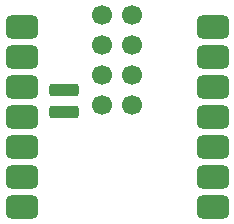
<source format=gbr>
%TF.GenerationSoftware,KiCad,Pcbnew,9.0.3*%
%TF.CreationDate,2025-08-30T15:17:24+02:00*%
%TF.ProjectId,rl_uc_module,726c5f75-635f-46d6-9f64-756c652e6b69,rev?*%
%TF.SameCoordinates,Original*%
%TF.FileFunction,Paste,Top*%
%TF.FilePolarity,Positive*%
%FSLAX46Y46*%
G04 Gerber Fmt 4.6, Leading zero omitted, Abs format (unit mm)*
G04 Created by KiCad (PCBNEW 9.0.3) date 2025-08-30 15:17:24*
%MOMM*%
%LPD*%
G01*
G04 APERTURE LIST*
G04 Aperture macros list*
%AMRoundRect*
0 Rectangle with rounded corners*
0 $1 Rounding radius*
0 $2 $3 $4 $5 $6 $7 $8 $9 X,Y pos of 4 corners*
0 Add a 4 corners polygon primitive as box body*
4,1,4,$2,$3,$4,$5,$6,$7,$8,$9,$2,$3,0*
0 Add four circle primitives for the rounded corners*
1,1,$1+$1,$2,$3*
1,1,$1+$1,$4,$5*
1,1,$1+$1,$6,$7*
1,1,$1+$1,$8,$9*
0 Add four rect primitives between the rounded corners*
20,1,$1+$1,$2,$3,$4,$5,0*
20,1,$1+$1,$4,$5,$6,$7,0*
20,1,$1+$1,$6,$7,$8,$9,0*
20,1,$1+$1,$8,$9,$2,$3,0*%
G04 Aperture macros list end*
%ADD10RoundRect,0.500000X-0.875000X-0.500000X0.875000X-0.500000X0.875000X0.500000X-0.875000X0.500000X0*%
%ADD11RoundRect,0.275000X0.975000X0.275000X-0.975000X0.275000X-0.975000X-0.275000X0.975000X-0.275000X0*%
%ADD12C,1.700000*%
G04 APERTURE END LIST*
D10*
%TO.C,U1*%
X91938636Y-92427000D03*
X91938636Y-94967000D03*
X91938636Y-97507000D03*
X91938636Y-100047000D03*
X91938636Y-102587000D03*
X91938636Y-105127000D03*
X91938636Y-107667000D03*
X108103636Y-107667000D03*
X108103636Y-105127000D03*
X108103636Y-102587000D03*
X108103636Y-100047000D03*
X108103636Y-97507000D03*
X108103636Y-94967000D03*
X108103636Y-92427000D03*
D11*
X95548636Y-99665000D03*
X95548636Y-97760000D03*
D12*
X98723636Y-91415000D03*
X101263636Y-91415000D03*
X98723636Y-93955000D03*
X101263636Y-93955000D03*
X98723636Y-96495000D03*
X101263636Y-96495000D03*
X98723636Y-99035000D03*
X101263636Y-99035000D03*
%TD*%
M02*

</source>
